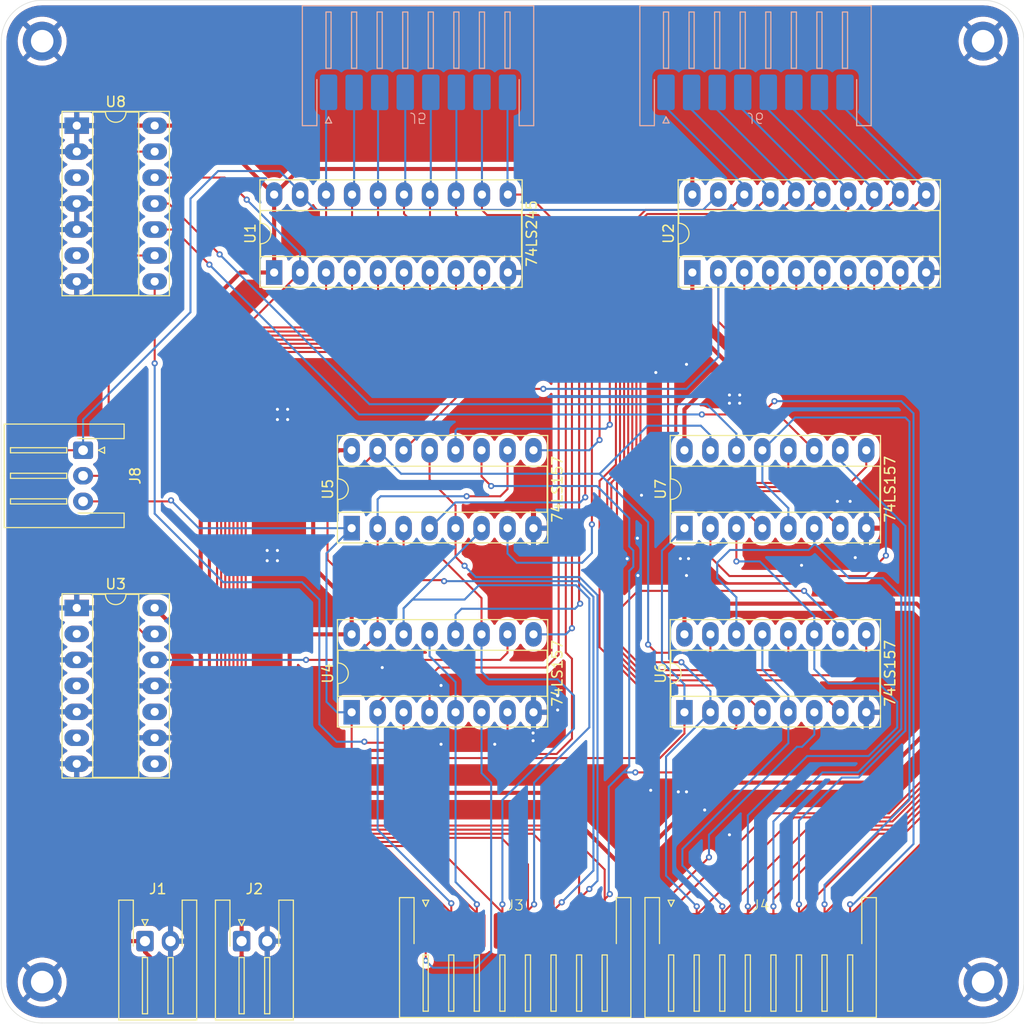
<source format=kicad_pcb>
(kicad_pcb (version 20240108) (generator "pcbnew") (generator_version "8.0")
  (layers (0 "F.Cu" signal) (31 "B.Cu" signal) (34 "B.Paste" user) (35 "F.Paste" user) (36 "B.SilkS" user "B.Silkscreen") (37 "F.SilkS" user "F.Silkscreen") (38 "B.Mask" user) (39 "F.Mask" user) (44 "Edge.Cuts" user))
  (net 0 "")
  (net 1 "GND")
  (net 2 "VCC")
  (net 3 "CYC_{EN}")
  (net 4 "SH_{EN}")
  (net 5 "LFT_{SEL}")
  (net 6 "B_3")
  (net 7 "OUT_4")
  (net 8 "B_7")
  (net 9 "OUT_0")
  (net 10 "B_4")
  (net 11 "OUT_6")
  (net 12 "OUT_3")
  (net 13 "B_6")
  (net 14 "OUT_1")
  (net 15 "OUT_5")
  (net 16 "B_2")
  (net 17 "OUT_2")
  (net 18 "B_0")
  (net 19 "B_1")
  (net 20 "OUT_7")
  (net 21 "B_5")
  (net 22 "OUT_11")
  (net 23 "OUT_10")
  (net 24 "OUT_15")
  (net 25 "OUT_14")
  (net 26 "OUT_12")
  (net 27 "B_13")
  (net 28 "B_8")
  (net 29 "B_12")
  (net 30 "OUT_9")
  (net 31 "B_9")
  (net 32 "B_10")
  (net 33 "B_11")
  (net 34 "OUT_8")
  (net 35 "B_15")
  (net 36 "OUT_13")
  (net 37 "B_14")
  (net 42 "Net-(U4-E)")
  (net 43 "RL_0")
  (net 44 "RR_15")
  (footprint "Package_DIP:DIP-20_W7.62mm_Socket_LongPads" (layer "F.Cu") (at 106.68 76.62 90)
    (property "Reference" "U1")
    (property "Value" "74LS245")
  )
  (footprint "elad_jst:jst_xh_s8b_smd" (layer "F.Cu") (at 130.25 141.75)
    (property "Reference" "J3")
    (property "Value" "Conn_01x08_Socket")
  )
  (footprint "Package_DIP:DIP-20_W7.62mm_Socket_LongPads" (layer "F.Cu") (at 147.575 76.62 90)
    (property "Reference" "U2")
    (property "Value" "74LS245")
  )
  (footprint "Connector_JST:JST_XH_S2B-XH-A-1_1x02_P2.50mm_Horizontal" (layer "F.Cu") (at 94.05 142)
    (property "Reference" "J1")
    (property "Value" "Conn_01x02_Socket" (hide yes))
  )
  (footprint "Package_DIP:DIP-16_W7.62mm_Socket_LongPads" (layer "F.Cu") (at 114.26 119.62 90)
    (property "Reference" "U4")
    (property "Value" "74LS157")
  )
  (footprint "MountingHole:MountingHole_2.2mm_M2_DIN965_Pad" (layer "F.Cu") (at 176 54)
    (property "Reference" "H2" (hide yes))
    (property "Value" "MountingHole_Pad" (hide yes))
  )
  (footprint "MountingHole:MountingHole_2.2mm_M2_DIN965_Pad" (layer "F.Cu") (at 84 54)
    (property "Reference" "H1" (hide yes))
    (property "Value" "MountingHole_Pad" (hide yes))
  )
  (footprint "Package_DIP:DIP-16_W7.62mm_Socket_LongPads" (layer "F.Cu") (at 146.8 119.62 90)
    (property "Reference" "U6")
    (property "Value" "74LS157")
  )
  (footprint "Package_DIP:DIP-14_W7.62mm_Socket_LongPads" (layer "F.Cu") (at 87.38 109.42)
    (property "Reference" "U3")
    (property "Value" "74LS04")
  )
  (footprint "Package_DIP:DIP-16_W7.62mm_Socket_LongPads" (layer "F.Cu") (at 146.8 101.62 90)
    (property "Reference" "U7")
    (property "Value" "74LS157")
  )
  (footprint "Package_DIP:DIP-14_W7.62mm_Socket_LongPads" (layer "F.Cu") (at 87.38 62.26)
    (property "Reference" "U8")
    (property "Value" "74LS08")
  )
  (footprint "elad_jst:jst_xh_s8b_smd" (layer "F.Cu") (at 154.25 141.75)
    (property "Reference" "J4")
    (property "Value" "Conn_01x08_Socket")
  )
  (footprint "Package_DIP:DIP-16_W7.62mm_Socket_LongPads" (layer "F.Cu") (at 114.26 101.62 90)
    (property "Reference" "U5")
    (property "Value" "74LS157")
  )
  (footprint "MountingHole:MountingHole_2.2mm_M2_DIN965_Pad" (layer "F.Cu") (at 84 146)
    (property "Reference" "H3" (hide yes))
    (property "Value" "MountingHole_Pad" (hide yes))
  )
  (footprint "MountingHole:MountingHole_2.2mm_M2_DIN965_Pad" (layer "F.Cu") (at 176 146)
    (property "Reference" "H4" (hide yes))
    (property "Value" "MountingHole_Pad" (hide yes))
  )
  (footprint "Connector_JST:JST_XH_S2B-XH-A-1_1x02_P2.50mm_Horizontal" (layer "F.Cu") (at 103.5 142)
    (property "Reference" "J2")
    (property "Value" "Conn_01x02_Socket" (hide yes))
  )
  (footprint "Connector_JST:JST_XH_S3B-XH-A-1_1x03_P2.50mm_Horizontal" (layer "F.Cu") (at 88 94 -90)
    (property "Reference" "J8")
    (property "Value" "Conn_01x03_Socket" (hide yes))
  )
  (footprint "elad_jst:jst_xh_s8b_smd" (layer "B.Cu") (at 120.75 58.25)
    (property "Reference" "J5")
    (property "Value" "Conn_01x08_Socket")
  )
  (footprint "elad_jst:jst_xh_s8b_smd" (layer "B.Cu") (at 153.75 58.25)
    (property "Reference" "J6")
    (property "Value" "Conn_01x08_Socket")
  )
  (gr_arc (start 84 150) (mid 81.171573 148.828427) (end 80 146) (stroke (width 0.05)) (layer "Edge.Cuts"))
  (gr_line (start 176 150) (end 84 150) (stroke (width 0.05)) (layer "Edge.Cuts"))
  (gr_arc (start 180 146) (mid 178.828427 148.828427) (end 176 150) (stroke (width 0.05)) (layer "Edge.Cuts"))
  (gr_line (start 84 50) (end 176 50) (stroke (width 0.05)) (layer "Edge.Cuts"))
  (gr_line (start 80 146) (end 80 54) (stroke (width 0.05)) (layer "Edge.Cuts"))
  (gr_arc (start 176 50) (mid 178.828427 51.171573) (end 180 54) (stroke (width 0.05)) (layer "Edge.Cuts"))
  (gr_arc (start 80 54) (mid 81.171573 51.171573) (end 84 50) (stroke (width 0.05)) (layer "Edge.Cuts"))
  (gr_line (start 180 54) (end 180 146) (stroke (width 0.05)) (layer "Edge.Cuts"))
  (segment (start 159.5 104.5) (end 163.5 104.5) (width 0.2) (layer "F.Cu") (net 1))
  (segment (start 159.5 104.5) (end 159.25 104.75) (width 0.2) (layer "F.Cu") (net 1))
  (segment (start 142.25 106.25) (end 147 106.25) (width 0.2) (layer "F.Cu") (net 1))
  (segment (start 158.25 105.25) (end 158.75 105.25) (width 0.2) (layer "F.Cu") (net 1))
  (segment (start 158.75 105.25) (end 159.25 104.75) (width 0.2) (layer "F.Cu") (net 1))
  (segment (start 123 122.75) (end 128.25 122.75) (width 0.2) (layer "F.Cu") (net 1))
  (via (at 158.25 105.25) (size 0.6) (drill 0.3) (layers "F.Cu" "B.Cu") (net 1))
  (via (at 151.2 88.6) (size 0.6) (drill 0.3) (layers "F.Cu" "B.Cu") (net 1))
  (via (at 147 106.25) (size 0.6) (drill 0.3) (layers "F.Cu" "B.Cu") (net 1))
  (via (at 134.4 118) (size 0.6) (drill 0.3) (layers "F.Cu" "B.Cu") (net 1))
  (via (at 123 117) (size 0.6) (drill 0.3) (layers "F.Cu" "B.Cu") (net 1))
  (via (at 123 122.75) (size 0.6) (drill 0.3) (layers "F.Cu" "B.Cu") (net 1))
  (via (at 108 91) (size 0.6) (drill 0.3) (layers "F.Cu" "B.Cu") (net 1))
  (via (at 107 103.8) (size 0.6) (drill 0.3) (layers "F.Cu" "B.Cu") (net 1))
  (via (at 142.25 106.25) (size 0.6) (drill 0.3) (layers "F.Cu" "B.Cu") (net 1))
  (via (at 152.2 89.4) (size 0.6) (drill 0.3) (layers "F.Cu" "B.Cu") (net 1))
  (via (at 132 121.65) (size 0.6) (drill 0.3) (layers "F.Cu" "B.Cu") (net 1))
  (via (at 151.2 131.6) (size 0.6) (drill 0.3) (layers "F.Cu" "B.Cu") (net 1))
  (via (at 141.2 104.6) (size 0.6) (drill 0.3) (layers "F.Cu" "B.Cu") (net 1))
  (via (at 147 127.4) (size 0.6) (drill 0.3) (layers "F.Cu" "B.Cu") (net 1))
  (via (at 117.25 115.25) (size 0.6) (drill 0.3) (layers "F.Cu" "B.Cu") (net 1))
  (via (at 142.6 98.4) (size 0.6) (drill 0.3) (layers "F.Cu" "B.Cu") (net 1))
  (via (at 108 90) (size 0.6) (drill 0.3) (layers "F.Cu" "B.Cu") (net 1))
  (via (at 128.25 122.75) (size 0.6) (drill 0.3) (layers "F.Cu" "B.Cu") (net 1))
  (via (at 161.75 99) (size 0.6) (drill 0.3) (layers "F.Cu" "B.Cu") (net 1))
  (via (at 142.2 102.6) (size 0.6) (drill 0.3) (layers "F.Cu" "B.Cu") (net 1))
  (via (at 147 85.6) (size 0.6) (drill 0.3) (layers "F.Cu" "B.Cu") (net 1))
  (via (at 107 91) (size 0.6) (drill 0.3) (layers "F.Cu" "B.Cu") (net 1))
  (via (at 106 104.8) (size 0.6) (drill 0.3) (layers "F.Cu" "B.Cu") (net 1))
  (via (at 147.2 104.6) (size 0.6) (drill 0.3) (layers "F.Cu" "B.Cu") (net 1))
  (via (at 107 90) (size 0.6) (drill 0.3) (layers "F.Cu" "B.Cu") (net 1))
  (via (at 144 86.4) (size 0.6) (drill 0.3) (layers "F.Cu" "B.Cu") (net 1))
  (via (at 163 99) (size 0.6) (drill 0.3) (layers "F.Cu" "B.Cu") (net 1))
  (via (at 148.775735 129.175735) (size 0.6) (drill 0.3) (layers "F.Cu" "B.Cu") (net 1))
  (via (at 107 104.8) (size 0.6) (drill 0.3) (layers "F.Cu" "B.Cu") (net 1))
  (via (at 146.2 127.4) (size 0.6) (drill 0.3) (layers "F.Cu" "B.Cu") (net 1))
  (via (at 152.2 88.6) (size 0.6) (drill 0.3) (layers "F.Cu" "B.Cu") (net 1))
  (via (at 106 103.8) (size 0.6) (drill 0.3) (layers "F.Cu" "B.Cu") (net 1))
  (via (at 143.5 127.25) (size 0.6) (drill 0.3) (layers "F.Cu" "B.Cu") (net 1))
  (via (at 146.4 104.6) (size 0.6) (drill 0.3) (layers "F.Cu" "B.Cu") (net 1))
  (via (at 151.2 89.4) (size 0.6) (drill 0.3) (layers "F.Cu" "B.Cu") (net 1))
  (via (at 163.5 104.5) (size 0.6) (drill 0.3) (layers "F.Cu" "B.Cu") (net 1))
  (via (at 134.4 119.4) (size 0.6) (drill 0.3) (layers "F.Cu" "B.Cu") (net 1))
  (via (at 132 122.4) (size 0.6) (drill 0.3) (layers "F.Cu" "B.Cu") (net 1))
  (segment (start 119 117) (end 117.25 115.25) (width 0.2) (layer "B.Cu") (net 1))
  (segment (start 123.25 117) (end 119 117) (width 0.2) (layer "B.Cu") (net 1))
  (segment (start 144 86.4) (end 146.2 86.4) (width 0.2) (layer "B.Cu") (net 1))
  (segment (start 123 117) (end 123.25 117) (width 0.2) (layer "B.Cu") (net 1))
  (segment (start 146.2 86.4) (end 147 85.6) (width 0.2) (layer "B.Cu") (net 1))
  (segment (start 171 88.5) (end 169.5 87) (width 0.4) (layer "F.Cu") (net 2))
  (segment (start 103.38 76.62) (end 106.68 76.62) (width 0.4) (layer "F.Cu") (net 2))
  (segment (start 171 110.5) (end 171 88.5) (width 0.4) (layer "F.Cu") (net 2))
  (segment (start 99.5 113.92) (end 99.5 134) (width 0.4) (layer "F.Cu") (net 2))
  (segment (start 110.5 105.4) (end 114.26 109.16) (width 0.4) (layer "F.Cu") (net 2))
  (segment (start 147.575 82.075) (end 147.575 76.62) (width 0.4) (layer "F.Cu") (net 2))
  (segment (start 140.5 144.5) (end 140.5 142.986334) (width 0.4) (layer "F.Cu") (net 2))
  (segment (start 114.26 94) (end 113 94) (width 0.4) (layer "F.Cu") (net 2))
  (segment (start 106.68 69) (end 109.18 66.5) (width 0.4) (layer "F.Cu") (net 2))
  (segment (start 146.8 112) (end 146.8 110.2) (width 0.4) (layer "F.Cu") (net 2))
  (segment (start 103.5 138) (end 99.5 134) (width 0.4) (layer "F.Cu") (net 2))
  (segment (start 110.5 96.5) (end 110.5 105.4) (width 0.4) (layer "F.Cu") (net 2))
  (segment (start 93.36 62.26) (end 90.7 59.6) (width 0.4) (layer "F.Cu") (net 2))
  (segment (start 95 62.26) (end 99.94 62.26) (width 0.4) (layer "F.Cu") (net 2))
  (segment (start 140.5 134.5) (end 140.5 142.986334) (width 0.4) (layer "F.Cu") (net 2))
  (segment (start 95 62.26) (end 93.36 62.26) (width 0.4) (layer "F.Cu") (net 2))
  (segment (start 83.8 59.6) (end 83.8 137.4) (width 0.4) (layer "F.Cu") (net 2))
  (segment (start 165.5 126.5) (end 171 121) (width 0.4) (layer "F.Cu") (net 2))
  (segment (start 140.5 142.986334) (end 143.5 139.986334) (width 0.4) (layer "F.Cu") (net 2))
  (segment (start 146.8 110.2) (end 148 109) (width 0.4) (layer "F.Cu") (net 2))
  (segment (start 106.68 69) (end 106.68 76.62) (width 0.4) (layer "F.Cu") (net 2))
  (segment (start 83.8 137.4) (end 88.4 142) (width 0.4) (layer "F.Cu") (net 2))
  (segment (start 143.5 139.986334) (end 143.5 132.7) (width 0.4) (layer "F.Cu") (net 2))
  (segment (start 109.18 66.5) (end 138 66.5) (width 0.4) (layer "F.Cu") (net 2))
  (segment (start 147 66.5) (end 147.575 67.075) (width 0.4) (layer "F.Cu") (net 2))
  (segment (start 113.5 127.5) (end 133.5 127.5) (width 0.4) (layer "F.Cu") (net 2))
  (segment (start 90.7 59.6) (end 83.8 59.6) (width 0.4) (layer "F.Cu") (net 2))
  (segment (start 114.26 109.16) (end 114.26 112) (width 0.4) (layer "F.Cu") (net 2))
  (segment (start 133.5 127.5) (end 140.5 134.5) (width 0.4) (layer "F.Cu") (net 2))
  (segment (start 103.5 143.5) (end 103.5 142) (width 0.4) (layer "F.Cu") (net 2))
  (segment (start 146.8 90) (end 146.8 94) (width 0.4) (layer "F.Cu") (net 2))
  (segment (start 102 145) (end 103.5 143.5) (width 0.4) (layer "F.Cu") (net 2))
  (segment (start 139 146) (end 140.5 144.5) (width 0.4) (layer "F.Cu") (net 2))
  (segment (start 171 121) (end 171 110.5) (width 0.4) (layer "F.Cu") (net 2))
  (segment (start 114.26 112) (end 109.5 112) (width 0.4) (layer "F.Cu") (net 2))
  (segment (start 95 109.42) (end 99.5 113.92) (width 0.4) (layer "F.Cu") (net 2))
  (segment (start 103.5 143.5) (end 106 146) (width 0.4) (layer "F.Cu") (net 2))
  (segment (start 106 146) (end 139 146) (width 0.4) (layer "F.Cu") (net 2))
  (segment (start 143.5 132.7) (end 149.7 126.5) (width 0.4) (layer "F.Cu") (net 2))
  (segment (start 103.5 142) (end 103.5 138) (width 0.4) (layer "F.Cu") (net 2))
  (segment (start 147.575 67.075) (end 147.575 69) (width 0.4) (layer "F.Cu") (net 2))
  (segment (start 149.7 126.5) (end 165.5 126.5) (width 0.4) (layer "F.Cu") (net 2))
  (segment (start 113 94) (end 110.5 96.5) (width 0.4) (layer "F.Cu") (net 2))
  (segment (start 146.8 90) (end 149.8 87) (width 0.4) (layer "F.Cu") (net 2))
  (segment (start 138 66.5) (end 147 66.5) (width 0.4) (layer "F.Cu") (net 2))
  (segment (start 148 109) (end 169.5 109) (width 0.4) (layer "F.Cu") (net 2))
  (segment (start 108.2 113.3) (end 108.2 122.2) (width 0.4) (layer "F.Cu") (net 2))
  (segment (start 99.5 80.5) (end 103.38 76.62) (width 0.4) (layer "F.Cu") (net 2))
  (segment (start 94.05 143.05) (end 96 145) (width 0.4) (layer "F.Cu") (net 2))
  (segment (start 152.5 87) (end 147.575 82.075) (width 0.4) (layer "F.Cu") (net 2))
  (segment (start 94.05 142) (end 94.05 143.05) (width 0.4) (layer "F.Cu") (net 2))
  (segment (start 149.8 87) (end 152.5 87) (width 0.4) (layer "F.Cu") (net 2))
  (segment (start 108.2 122.2) (end 113.5 127.5) (width 0.4) (layer "F.Cu") (net 2))
  (segment (start 99.5 113.92) (end 99.5 80.5) (width 0.4) (layer "F.Cu") (net 2))
  (segment (start 169.5 87) (end 152.5 87) (width 0.4) (layer "F.Cu") (net 2))
  (segment (start 169.5 109) (end 171 110.5) (width 0.4) (layer "F.Cu") (net 2))
  (segment (start 109.5 112) (end 108.2 113.3) (width 0.4) (layer "F.Cu") (net 2))
  (segment (start 99.94 62.26) (end 106.68 69) (width 0.4) (layer "F.Cu") (net 2))
  (segment (start 96 145) (end 102 145) (width 0.4) (layer "F.Cu") (net 2))
  (segment (start 88.4 142) (end 94.05 142) (width 0.4) (layer "F.Cu") (net 2))
  (segment (start 147.5 68.96) (end 147.46 69) (width 0.2) (layer "B.Cu") (net 2))
  (segment (start 90.5 66.5) (end 92.2 64.8) (width 0.2) (layer "F.Cu") (net 3))
  (segment (start 92.54 74.96) (end 95 74.96) (width 0.2) (layer "F.Cu") (net 3))
  (segment (start 90.5 77) (end 90.5 66.5) (width 0.2) (layer "F.Cu") (net 3))
  (segment (start 88 96.5) (end 90 96.5) (width 0.2) (layer "F.Cu") (net 3))
  (segment (start 90.5 96) (end 90.5 77) (width 0.2) (layer "F.Cu") (net 3))
  (segment (start 90 96.5) (end 90.5 96) (width 0.2) (layer "F.Cu") (net 3))
  (segment (start 90.5 77) (end 92.54 74.96) (width 0.2) (layer "F.Cu") (net 3))
  (segment (start 92.2 64.8) (end 95 64.8) (width 0.2) (layer "F.Cu") (net 3))
  (segment (start 86.5 94) (end 88 94) (width 0.2) (layer "F.Cu") (net 4))
  (segment (start 95 111.96) (end 93.96 111.96) (width 0.2) (layer "F.Cu") (net 4))
  (segment (start 86 103) (end 86 94.5) (width 0.2) (layer "F.Cu") (net 4))
  (segment (start 91.5 109.5) (end 91.5 108.5) (width 0.2) (layer "F.Cu") (net 4))
  (segment (start 86 94.5) (end 86.5 94) (width 0.2) (layer "F.Cu") (net 4))
  (segment (start 93.96 111.96) (end 91.5 109.5) (width 0.2) (layer "F.Cu") (net 4))
  (segment (start 91.5 108.5) (end 86 103) (width 0.2) (layer "F.Cu") (net 4))
  (segment (start 150.115 69) (end 148.615 70.5) (width 0.2) (layer "B.Cu") (net 4))
  (segment (start 101.2 66.7) (end 98.5 69.4) (width 0.2) (layer "B.Cu") (net 4))
  (segment (start 88 91) (end 88 94) (width 0.2) (layer "B.Cu") (net 4))
  (segment (start 98.5 80.5) (end 88 91) (width 0.2) (layer "B.Cu") (net 4))
  (segment (start 98.5 69.4) (end 98.5 80.5) (width 0.2) (layer "B.Cu") (net 4))
  (segment (start 109.22 69) (end 109.22 68.72) (width 0.2) (layer "B.Cu") (net 4))
  (segment (start 110.72 70.5) (end 109.22 69) (width 0.2) (layer "B.Cu") (net 4))
  (segment (start 148.615 70.5) (end 110.72 70.5) (width 0.2) (layer "B.Cu") (net 4))
  (segment (start 109.22 68.72) (end 107.2 66.7) (width 0.2) (layer "B.Cu") (net 4))
  (segment (start 107.2 66.7) (end 101.2 66.7) (width 0.2) (layer "B.Cu") (net 4))
  (segment (start 114.26 119.62) (end 114.26 123.46) (width 0.2) (layer "F.Cu") (net 5))
  (segment (start 96.38 99) (end 88 99) (width 0.2) (layer "F.Cu") (net 5))
  (segment (start 146.8 121.7) (end 146.8 119.62) (width 0.2) (layer "F.Cu") (net 5))
  (segment (start 114.26 123.46) (end 114.9 124.1) (width 0.2) (layer "F.Cu") (net 5))
  (segment (start 96.48 98.9) (end 96.38 99) (width 0.2) (layer "F.Cu") (net 5))
  (segment (start 96.6 98.9) (end 96.48 98.9) (width 0.2) (layer "F.Cu") (net 5))
  (segment (start 144.4 124.1) (end 146.8 121.7) (width 0.2) (layer "F.Cu") (net 5))
  (segment (start 114.9 124.1) (end 144.4 124.1) (width 0.2) (layer "F.Cu") (net 5))
  (via (at 96.6 98.9) (size 0.6) (drill 0.3) (layers "F.Cu" "B.Cu") (net 5))
  (segment (start 112.82 119.62) (end 111.8 118.6) (width 0.2) (layer "B.Cu") (net 5))
  (segment (start 99.32 101.62) (end 96.6 98.9) (width 0.2) (layer "B.Cu") (net 5))
  (segment (start 146.8 119.62) (end 146.8 116.9) (width 0.2) (layer "B.Cu") (net 5))
  (segment (start 114.26 119.62) (end 112.82 119.62) (width 0.2) (layer "B.Cu") (net 5))
  (segment (start 111.8 118.6) (end 111.8 104.08) (width 0.2) (layer "B.Cu") (net 5))
  (segment (start 144.6 103.82) (end 146.8 101.62) (width 0.2) (layer "B.Cu") (net 5))
  (segment (start 146.8 116.9) (end 144.6 114.7) (width 0.2) (layer "B.Cu") (net 5))
  (segment (start 144.6 114.7) (end 144.6 103.82) (width 0.2) (layer "B.Cu") (net 5))
  (segment (start 114.26 101.62) (end 99.32 101.62) (width 0.2) (layer "B.Cu") (net 5))
  (segment (start 111.8 104.08) (end 114.26 101.62) (width 0.2) (layer "B.Cu") (net 5))
  (segment (start 129 141) (end 129 139.2) (width 0.2) (layer "F.Cu") (net 6))
  (segment (start 122.7 104.2) (end 120 104.2) (width 0.2) (layer "F.Cu") (net 6))
  (segment (start 102.3 127.6) (end 102.3 85) (width 0.2) (layer "F.Cu") (net 6))
  (segment (start 107 132.3) (end 102.3 127.6) (width 0.2) (layer "F.Cu") (net 6))
  (segment (start 120 104.2) (end 119.34 103.54) (width 0.2) (layer "F.Cu") (net 6))
  (segment (start 116.84 80.06) (end 116.84 76.62) (width 0.2) (layer "F.Cu") (net 6))
  (segment (start 126.96 112) (end 126.96 108.46) (width 0.2) (layer "F.Cu") (net 6))
  (segment (start 102.3 85) (end 104.51 82.79) (width 0.2) (layer "F.Cu") (net 6))
  (segment (start 104.51 82.79) (end 114.11 82.79) (width 0.2) (layer "F.Cu") (net 6))
  (segment (start 126.96 108.46) (end 122.7 104.2) (width 0.2) (layer "F.Cu") (net 6))
  (segment (start 129 139.2) (end 122.1 132.3) (width 0.2) (layer "F.Cu") (net 6))
  (segment (start 122.1 132.3) (end 107 132.3) (width 0.2) (layer "F.Cu") (net 6))
  (segment (start 129 138.4) (end 129 141) (width 0.2) (layer "F.Cu") (net 6))
  (segment (start 119.34 103.54) (end 119.34 101.62) (width 0.2) (layer "F.Cu") (net 6))
  (segment (start 114.11 82.79) (end 116.84 80.06) (width 0.2) (layer "F.Cu") (net 6))
  (via (at 129 138.4) (size 0.6) (drill 0.3) (layers "F.Cu" "B.Cu") (net 6))
  (segment (start 129 128.2) (end 136 121.2) (width 0.2) (layer "B.Cu") (net 6))
  (segment (start 126.96 115.66) (end 126.96 112) (width 0.2) (layer "B.Cu") (net 6))
  (segment (start 134.4 116.4) (end 127.7 116.4) (width 0.2) (layer "B.Cu") (net 6))
  (segment (start 127.7 116.4) (end 126.96 115.66) (width 0.2) (layer "B.Cu") (net 6))
  (segment (start 136 121.2) (end 136 118) (width 0.2) (layer "B.Cu") (net 6))
  (segment (start 136 118) (end 134.4 116.4) (width 0.2) (layer "B.Cu") (net 6))
  (segment (start 129 138.4) (end 129 128.2) (width 0.2) (layer "B.Cu") (net 6))
  (segment (start 134.2 81.8) (end 134.2 73.831372) (width 0.2) (layer "F.Cu") (net 7))
  (segment (start 137.1 84.7) (end 134.2 81.8) (width 0.2) (layer "F.Cu") (net 7))
  (segment (start 121.92 71.42) (end 121.92 69) (width 0.2) (layer "F.Cu") (net 7))
  (segment (start 134.2 73.831372) (end 132.368628 72) (width 0.2) (layer "F.Cu") (net 7))
  (segment (start 122.5 72) (end 121.92 71.42) (width 0.2) (layer "F.Cu") (net 7))
  (segment (start 137.1 98.6) (end 137.1 84.7) (width 0.2) (layer "F.Cu") (net 7))
  (segment (start 132.368628 72) (end 122.5 72) (width 0.2) (layer "F.Cu") (net 7))
  (via (at 137.1 98.6) (size 0.6) (drill 0.3) (layers "F.Cu" "B.Cu") (net 7))
  (segment (start 122 59) (end 122 68.92) (width 0.2) (layer "B.Cu") (net 7))
  (segment (start 122 68.92) (end 121.92 69) (width 0.2) (layer "B.Cu") (net 7))
  (segment (start 136.6 99.1) (end 124.4 99.1) (width 0.2) (layer "B.Cu") (net 7))
  (segment (start 124.4 99.1) (end 121.88 101.62) (width 0.2) (layer "B.Cu") (net 7))
  (segment (start 137.1 98.6) (end 136.6 99.1) (width 0.2) (layer "B.Cu") (net 7))
  (segment (start 127.9 97.5) (end 126.96 96.56) (width 0.2) (layer "F.Cu") (net 8))
  (segment (start 107.662744 130.7) (end 103.9 126.937256) (width 0.2) (layer "F.Cu") (net 8))
  (segment (start 147.5 125.5) (end 151.88 121.12) (width 0.2) (layer "F.Cu") (net 8))
  (segment (start 151.88 121.12) (end 151.88 119.62) (width 0.2) (layer "F.Cu") (net 8))
  (segment (start 134.7 130.7) (end 107.662744 130.7) (width 0.2) (layer "F.Cu") (net 8))
  (segment (start 127 81.6) (end 127 76.62) (width 0.2) (layer "F.Cu") (net 8))
  (segment (start 105.172744 84.39) (end 124.21 84.39) (width 0.2) (layer "F.Cu") (net 8))
  (segment (start 142 125.5) (end 147.5 125.5) (width 0.2) (layer "F.Cu") (net 8))
  (segment (start 139 141) (end 139 135) (width 0.2) (layer "F.Cu") (net 8))
  (segment (start 126.96 96.56) (end 126.96 94) (width 0.2) (layer "F.Cu") (net 8))
  (segment (start 103.9 85.662744) (end 105.172744 84.39) (width 0.2) (layer "F.Cu") (net 8))
  (segment (start 139 141) (end 139 137.9) (width 0.2) (layer "F.Cu") (net 8))
  (segment (start 124.21 84.39) (end 127 81.6) (width 0.2) (layer "F.Cu") (net 8))
  (segment (start 139 137.9) (end 139.5 137.4) (width 0.2) (layer "F.Cu") (net 8))
  (segment (start 103.9 126.937256) (end 103.9 85.662744) (width 0.2) (layer "F.Cu") (net 8))
  (segment (start 139 135) (end 134.7 130.7) (width 0.2) (layer "F.Cu") (net 8))
  (via (at 142 125.5) (size 0.6) (drill 0.3) (layers "F.Cu" "B.Cu") (net 8))
  (via (at 139.5 137.4) (size 0.6) (drill 0.3) (layers "F.Cu" "B.Cu") (net 8))
  (via (at 127.9 97.5) (size 0.6) (drill 0.3) (layers "F.Cu" "B.Cu") (net 8))
  (segment (start 140.2 126.1) (end 140.8 125.5) (width 0.2) (layer "B.Cu") (net 8))
  (segment (start 141.4 124.9) (end 140.2 126.1) (width 0.2) (layer "B.Cu") (net 8))
  (segment (start 141.8 105.4) (end 141.4 105.8) (width 0.2) (layer "B.Cu") (net 8))
  (segment (start 140.2 126.1) (end 139.4 126.9) (width 0.2) (layer "B.Cu") (net 8))
  (segment (start 141.8 103.8) (end 141.8 105.4) (width 0.2) (layer "B.Cu") (net 8))
  (segment (start 140.8 125.5) (end 142 125.5) (width 0.2) (layer "B.Cu") (net 8))
  (segment (start 139.4 137.3) (end 139.5 137.4) (width 0.2) (layer "B.Cu") (net 8))
  (segment (start 139.4 126.9) (end 139.4 137.3) (width 0.2) (layer "B.Cu") (net 8))
  (segment (start 138.25 97.5) (end 141.4 100.65) (width 0.2) (layer "B.Cu") (net 8))
  (segment (start 141.4 105.8) (end 141.4 124.9) (width 0.2) (layer "B.Cu") (net 8))
  (segment (start 141.4 103.4) (end 141.8 103.8) (width 0.2) (layer "B.Cu") (net 8))
  (segment (start 127.9 97.5) (end 138.25 97.5) (width 0.2) (layer "B.Cu") (net 8))
  (segment (start 141.4 100.65) (end 141.4 103.4) (width 0.2) (layer "B.Cu") (net 8))
  (segment (start 132.6 74.494116) (end 132.005884 73.9) (width 0.2) (layer "F.Cu") (net 9))
  (segment (start 114.4 73.9) (end 111.76 71.26) (width 0.2) (layer "F.Cu") (net 9))
  (segment (start 132.005884 73.9) (end 114.4 73.9) (width 0.2) (layer "F.Cu") (net 9))
  (segment (start 121.88 119.62) (end 121.88 116.12) (width 0.2) (layer "F.Cu") (net 9))
  (segment (start 111.76 71.26) (end 111.76 69) (width 0.2) (layer "F.Cu") (net 9))
  (segment (start 132.6 82.85) (end 132.6 74.494116) (width 0.2) (layer "F.Cu") (net 9))
  (segment (start 134.5 114) (end 134.5 84.75) (width 0.2) (layer "F.Cu") (net 9))
  (segment (start 134.5 84.75) (end 132.6 82.85) (width 0.2) (layer "F.Cu") (net 9))
  (segment (start 133.25 115.25) (end 134.5 114) (width 0.2) (layer "F.Cu") (net 9))
  (segment (start 121.88 116.12) (end 122.75 115.25) (width 0.2) (layer "F.Cu") (net 9))
  (segment (start 122.75 115.25) (end 133.25 115.25) (width 0.2) (layer "F.Cu") (net 9))
  (segment (start 111.76 59.24) (end 112 59) (width 0.2) (layer "B.Cu") (net 9))
  (segment (start 111.76 69) (end 111.76 59.24) (width 0.2) (layer "B.Cu") (net 9))
  (segment (start 119.38 80.12) (end 116.31 83.19) (width 0.2) (layer "F.Cu") (net 10))
  (segment (start 132.1 138.2) (end 132.1 138.4) (width 0.2) (layer "F.Cu") (net 10))
  (segment (start 116.31 83.19) (end 104.675686 83.19) (width 0.2) (layer "F.Cu") (net 10))
  (segment (start 102.7 127.434314) (end 107.165686 131.9) (width 0.2) (layer "F.Cu") (net 10))
  (segment (start 131.5 134.5) (end 131.5 141) (width 0.2) (layer "F.Cu") (net 10))
  (segment (start 119.38 76.62) (end 119.38 80.12) (width 0.2) (layer "F.Cu") (net 10))
  (segment (start 102.7 85.165686) (end 102.7 127.434314) (width 0.2) (layer "F.Cu") (net 10))
  (segment (start 107.165686 131.9) (end 128.9 131.9) (width 0.2) (layer "F.Cu") (net 10))
  (segment (start 132.1 138.4) (end 131.5 139) (width 0.2) (layer "F.Cu") (net 10))
  (segment (start 128.9 131.9) (end 131.5 134.5) (width 0.2) (layer "F.Cu") (net 10))
  (segment (start 131.5 139) (end 131.5 141) (width 0.2) (layer "F.Cu") (net 10))
  (segment (start 104.675686 83.19) (end 102.7 85.165686) (width 0.2) (layer "F.Cu") (net 10))
  (via (at 132.1 138.4) (size 0.6) (drill 0.3) (layers "F.Cu" "B.Cu") (net 10))
  (segment (start 125.3 108.6) (end 126.7 107.2) (width 0.2) (layer "B.Cu") (net 10))
  (segment (start 132.1 126.5) (end 132.1 138.2) (width 0.2) (layer "B.Cu") (net 10))
  (segment (start 120.2 108.6) (end 125.3 108.6) (width 0.2) (layer "B.Cu") (net 10))
  (segment (start 119.34 109.46) (end 120.2 108.6) (width 0.2) (layer "B.Cu") (net 10))
  (segment (start 136.2 107.2) (end 137.5 108.5) (width 0.2) (layer "B.Cu") (net 10))
  (segment (start 137.5 121.1) (end 132.1 126.5) (width 0.2) (layer "B.Cu") (net 10))
  (segment (start 119.34 109.46) (end 119.34 112) (width 0.2) (layer "B.Cu") (net 10))
  (segment (start 126.96 101.84) (end 119.34 109.46) (width 0.2) (layer "B.Cu") (net 10))
  (segment (start 126.7 107.2) (end 136.2 107.2) (width 0.2) (layer "B.Cu") (net 10))
  (segment (start 137.5 108.5) (end 137.5 121.1) (width 0.2) (layer "B.Cu") (net 10))
  (segment (start 126.96 101.62) (end 126.96 101.84) (width 0.2) (layer "B.Cu") (net 10))
  (segment (start 127 70.5) (end 127 69) (width 0.2) (layer "F.Cu") (net 11))
  (segment (start 138.5 93) (end 138.5 84.934314) (width 0.2) (layer "F.Cu") (net 11))
  (segment (start 135 81.434314) (end 135 73.5) (width 0.2) (layer "F.Cu") (net 11))
  (segment (start 127.5 71) (end 127 70.5) (width 0.2) (layer "F.Cu") (net 11))
  (segment (start 138.5 84.934314) (end 135 81.434314) (width 0.2) (layer "F.Cu") (net 11))
  (segment (start 135 73.5) (end 132.5 71) (width 0.2) (layer "F.Cu") (net 11))
  (segment (start 132.5 71) (end 127.5 71) (width 0.2) (layer "F.Cu") (net 11))
  (via (at 138.5 93) (size 0.6) (drill 0.3) (layers "F.Cu" "B.Cu") (net 11))
  (segment (start 138.5 93) (end 137.5 94) (width 0.2) (layer "B.Cu") (net 11))
  (segment (start 127 69) (end 127 59) (width 0.2) (layer "B.Cu") (net 11))
  (segment (start 137.5 94) (end 132.04 94) (width 0.2) (layer "B.Cu") (net 11))
  (segment (start 119.38 70.88) (end 119.38 69) (width 0.2) (layer "F.Cu") (net 12))
  (segment (start 136.5 84.802942) (end 133.8 82.102942) (width 0.2) (layer "F.Cu") (net 12))
  (segment (start 136.5 108.9) (end 136.5 84.802942) (width 0.2) (layer "F.Cu") (net 12))
  (segment (start 121 72.5) (end 119.38 70.88) (width 0.2) (layer "F.Cu") (net 12))
  (segment (start 132.302942 72.5) (end 121 72.5) (width 0.2) (layer "F.Cu") (net 12))
  (segment (start 133.8 82.102942) (end 133.8 73.997058) (width 0.2) (layer "F.Cu") (net 12))
  (segment (start 133.8 73.997058) (end 132.302942 72.5) (width 0.2) (layer "F.Cu") (net 12))
  (segment (start 136.6 109) (end 136.5 108.9) (width 0.2) (layer "F.Cu") (net 12))
  (via (at 136.6 109) (size 0.6) (drill 0.3) (layers "F.Cu" "B.Cu") (net 12))
  (segment (start 124.42 110.08) (end 124.42 112) (width 0.2) (layer "B.Cu") (net 12))
  (segment (start 119.5 59) (end 119.5 68.88) (width 0.2) (layer "B.Cu") (net 12))
  (segment (start 136.6 109) (end 136.1 109.5) (width 0.2) (layer "B.Cu") (net 12))
  (segment (start 125 109.5) (end 124.42 110.08) (width 0.2) (layer "B.Cu") (net 12))
  (segment (start 119.5 68.88) (end 119.38 69) (width 0.2) (layer "B.Cu") (net 12))
  (segment (start 136.1 109.5) (end 125 109.5) (width 0.2) (layer "B.Cu") (net 12))
  (segment (start 136.5 141) (end 136.5 137.9) (width 0.2) (layer "F.Cu") (net 13))
  (segment (start 136.5 137.9) (end 137.5 136.9) (width 0.2) (layer "F.Cu") (net 13))
  (segment (start 107.497058 131.1) (end 133.1 131.1) (width 0.2) (layer "F.Cu") (net 13))
  (segment (start 136.5 134.5) (end 136.5 141) (width 0.2) (layer "F.Cu") (net 13))
  (segment (start 124.46 80.04) (end 120.51 83.99) (width 0.2) (layer "F.Cu") (net 13))
  (segment (start 121.88 96.88) (end 124.42 99.42) (width 0.2) (layer "F.Cu") (net 13))
  (segment (start 103.5 85.497058) (end 103.5 127.102942) (width 0.2) (layer "F.Cu") (net 13))
  (segment (start 124.42 99.42) (end 124.42 101.62) (width 0.2) (layer "F.Cu") (net 13))
  (segment (start 124.46 76.62) (end 124.46 80.04) (width 0.2) (layer "F.Cu") (net 13))
  (segment (start 105.007058 83.99) (end 103.5 85.497058) (width 0.2) (layer "F.Cu") (net 13))
  (segment (start 124.42 104.42) (end 124.42 101.62) (width 0.2) (layer "F.Cu") (net 13))
  (segment (start 120.51 83.99) (end 105.007058 83.99) (width 0.2) (layer "F.Cu") (net 13))
  (segment (start 103.5 127.102942) (end 107.497058 131.1) (width 0.2) (layer "F.Cu") (net 13))
  (segment (start 133.1 131.1) (end 136.5 134.5) (width 0.2) (layer "F.Cu") (net 13))
  (segment (start 121.88 94) (end 121.88 96.88) (width 0.2) (layer "F.Cu") (net 13))
  (segment (start 125.3 105.3) (end 124.42 104.42) (width 0.2) (layer "F.Cu") (net 13))
  (via (at 125.3 105.3) (size 0.6) (drill 0.3) (layers "F.Cu" "B.Cu") (net 13))
  (via (at 137.5 136.9) (size 0.6) (drill 0.3) (layers "F.Cu" "B.Cu") (net 13))
  (segment (start 138.3 136.1) (end 138.3 108.168628) (width 0.2) (layer "B.Cu") (net 13))
  (segment (start 126.4 106.4) (end 125.3 105.3) (width 0.2) (layer "B.Cu") (net 13))
  (segment (start 136.531372 106.4) (end 126.4 106.4) (width 0.2) (layer "B.Cu") (net 13))
  (segment (start 137.5 136.9) (end 138.3 136.1) (width 0.2) (layer "B.Cu") (net 13))
  (segment (start 138.3 108.168628) (end 136.531372 106.4) (width 0.2) (layer "B.Cu") (net 13))
  (segment (start 134.3 123.7) (end 130.7 123.7) (width 0.2) (layer "F.Cu") (net 14))
  (segment (start 132.17157 73.5) (end 133 74.32843) (width 0.2) (layer "F.Cu") (net 14))
  (segment (start 114.3 69) (end 114.3 71.8) (width 0.2) (layer "F.Cu") (net 14))
  (segment (start 135.8 114.387132) (end 135.8 122.2) (width 0.2) (layer "F.Cu") (net 14))
  (segment (start 133 74.32843) (end 133 82.434314) (width 0.2) (layer "F.Cu") (net 14))
  (segment (start 135.2 113.787132) (end 135.8 114.387132) (width 0.2) (layer "F.Cu") (net 14))
  (segment (start 135.2 84.634314) (end 135.2 113.787132) (width 0.2) (layer "F.Cu") (net 14))
  (segment (start 133 82.434314) (end 135.2 84.634314) (width 0.2) (layer "F.Cu") (net 14))
  (segment (start 114.3 71.8) (end 116 73.5) (width 0.2) (layer "F.Cu") (net 14))
  (segment (start 130.7 123.7) (end 129.5 122.5) (width 0.2) (layer "F.Cu") (net 14))
  (segment (start 116 73.5) (end 132.17157 73.5) (width 0.2) (layer "F.Cu") (net 14))
  (segment (start 135.8 122.2) (end 134.3 123.7) (width 0.2) (layer "F.Cu") (net 14))
  (segment (start 129.5 122.5) (end 129.5 119.62) (width 0.2) (layer "F.Cu") (net 14))
  (segment (start 114.5 59.0125) (end 114.5 68.8) (width 0.2) (layer "B.Cu") (net 14))
  (segment (start 114.5 68.8) (end 114.3 69) (width 0.2) (layer "B.Cu") (net 14))
  (segment (start 137.75 84.75) (end 134.6 81.6) (width 0.2) (layer "F.Cu") (net 15))
  (segment (start 124.46 70.96) (end 124.46 69) (width 0.2) (layer "F.Cu") (net 15))
  (segment (start 134.6 73.665686) (end 132.434314 71.5) (width 0.2) (layer "F.Cu") (net 15))
  (segment (start 132.434314 71.5) (end 125 71.5) (width 0.2) (layer "F.Cu") (net 15))
  (segment (start 134.6 81.6) (end 134.6 73.665686) (width 0.2) (layer "F.Cu") (net 15))
  (segment (start 125 71.5) (end 124.46 70.96) (width 0.2) (layer "F.Cu") (net 15))
  (segment (start 137.75 101.25) (end 137.75 84.75) (width 0.2) (layer "F.Cu") (net 15))
  (via (at 137.75 101.25) (size 0.6) (drill 0.3) (layers "F.Cu" "B.Cu") (net 15))
  (segment (start 129.5 104.1) (end 129.5 101.62) (width 0.2) (layer "B.Cu") (net 15))
  (segment (start 137.75 101.25) (end 137.75 104.05) (width 0.2) (layer "B.Cu") (net 15))
  (segment (start 137.75 104.05) (end 136.8 105) (width 0.2) (layer "B.Cu") (net 15))
  (segment (start 124.5 59) (end 124.5 68.96) (width 0.2) (layer "B.Cu") (net 15))
  (segment (start 124.5 68.96) (end 124.46 69) (width 0.2) (layer "B.Cu") (net 15))
  (segment (start 136.8 105) (end 130.4 105) (width 0.2) (layer "B.Cu") (net 15))
  (segment (start 130.4 105) (end 129.5 104.1) (width 0.2) (layer "B.Cu") (net 15))
  (segment (start 114.3 80.1) (end 114.3 76.62) (width 0.2) (layer "F.Cu") (net 16))
  (segment (start 112.01 82.39) (end 114.3 80.1) (width 0.2) (layer "F.Cu") (net 16))
  (segment (start 119.95 132.7) (end 106.834314 132.7) (width 0.2) (layer "F.Cu") (net 16))
  (segment (start 106.834314 132.7) (end 101.9 127.765686) (width 0.2) (layer "F.Cu") (net 16))
  (segment (start 101.9 127.765686) (end 101.9 84.834314) (width 0.2) (layer "F.Cu") (net 16))
  (segment (start 126.5 140.9875) (end 126.5 139.25) (width 0.2) (layer "F.Cu") (net 16))
  (segment (start 104.344314 82.39) (end 112.01 82.39) (width 0.2) (layer "F.Cu") (net 16))
  (segment (start 101.9 84.834314) (end 104.344314 82.39) (width 0.2) (layer "F.Cu") (net 16))
  (segment (start 126.5 139.25) (end 119.95 132.7) (width 0.2) (layer "F.Cu") (net 16))
  (segment (start 126.5 138.4) (end 126.5 140.9875) (width 0.2) (layer "F.Cu") (net 16))
  (via (at 126.5 138.4) (size 0.6) (drill 0.3) (layers "F.Cu" "B.Cu") (net 16))
  (segment (start 124.42 119.62) (end 124.42 116.67) (width 0.2) (layer "B.Cu") (net 16))
  (segment (start 124.42 116.67) (end 121.88 114.13) (width 0.2) (layer "B.Cu") (net 16))
  (segment (start 121.88 114.13) (end 121.88 112) (width 0.2) (layer "B.Cu") (net 16))
  (segment (start 126.5 138.4) (end 126.5 138.3) (width 0.2) (layer "B.Cu") (net 16))
  (segment (start 126.5 138.3) (end 124.42 136.22) (width 0.2) (layer "B.Cu") (net 16))
  (segment (start 124.42 136.22) (end 124.42 119.62) (width 0.2) (layer "B.Cu") (net 16))
  (segment (start 132.237256 73) (end 118.5 73) (width 0.2) (layer "F.Cu") (net 17))
  (segment (start 135.8 84.668628) (end 133.4 82.268628) (width 0.2) (layer "F.Cu") (net 17))
  (segment (start 133.4 74.162744) (end 132.237256 73) (width 0.2) (layer "F.Cu") (net 17))
  (segment (start 116.84 71.34) (end 116.84 69) (width 0.2) (layer "F.Cu") (net 17))
  (segment (start 135.8 111.4) (end 135.8 84.668628) (width 0.2) (layer "F.Cu") (net 17))
  (segment (start 118.5 73) (end 116.84 71.34) (width 0.2) (layer "F.Cu") (net 17))
  (segment (start 133.4 82.268628) (end 133.4 74.162744) (width 0.2) (layer "F.Cu") (net 17))
  (via (at 135.8 111.4) (size 0.6) (drill 0.3) (layers "F.Cu" "B.Cu") (net 17))
  (segment (start 116.84 69) (end 116.84 59.1725) (width 0.2) (layer "B.Cu") (net 17))
  (segment (start 116.84 59.1725) (end 117 59.0125) (width 0.2) (layer "B.Cu") (net 17))
  (segment (start 135.2 112) (end 132.04 112) (width 0.2) (layer "B.Cu") (net 17))
  (segment (start 135.8 111.4) (end 135.2 112) (width 0.2) (layer "B.Cu") (net 17))
  (segment (start 121.5 139.3) (end 115.7 133.5) (width 0.2) (layer "F.Cu") (net 18))
  (segment (start 115.7 133.5) (end 106.502942 133.5) (width 0.2) (layer "F.Cu") (net 18))
  (segment (start 101.1 84.502942) (end 104.012942 81.59) (width 0.2) (layer "F.Cu") (net 18))
  (segment (start 101.84 67.34) (end 95 67.34) (width 0.2) (layer "F.Cu") (net 18))
  (segment (start 121.5 143.9) (end 121.5 141) (width 0.2) (layer "F.Cu") (net 18))
  (segment (start 106.502942 133.5) (end 101.1 128.097058) (width 0.2) (layer "F.Cu") (net 18))
  (segment (start 104.25 81.59) (end 109.22 76.62) (width 0.2) (layer "F.Cu") (net 18))
  (segment (start 104 69.5) (end 101.84 67.34) (width 0.2) (layer "F.Cu") (net 18))
  (segment (start 121.5 141) (end 121.5 139.3) (width 0.2) (layer "F.Cu") (net 18))
  (segment (start 104.012942 81.59) (end 104.25 81.59) (width 0.2) (layer "F.Cu") (net 18))
  (segment (start 101.1 128.097058) (end 101.1 84.502942) (width 0.2) (layer "F.Cu") (net 18))
  (via (at 104 69.5) (size 0.6) (drill 0.3) (layers "F.Cu" "B.Cu") (net 18))
  (via (at 121.5 143.9) (size 0.6) (drill 0.3) (layers "F.Cu" "B.Cu") (net 18))
  (segment (start 127.9 143.1) (end 126.4 144.6) (width 0.2) (layer "B.Cu") (net 18))
  (segment (start 122.2 144.6) (end 121.5 143.9) (width 0.2) (layer "B.Cu") (net 18))
  (segment (start 109.22 76.62) (end 109.22 74.72) (width 0.2) (layer "B.Cu") (net 18))
  (segment (start 126.96 119.62) (end 126.96 125.56) (width 0.2) (layer "B.Cu") (net 18))
  (segment (start 109.22 74.72) (end 104 69.5) (width 0.2) (layer "B.Cu") (net 18))
  (segment (start 126.4 144.6) (end 122.2 144.6) (width 0.2) (layer "B.Cu") (net 18))
  (segment (start 127.9 126.5) (end 127.9 143.1) (width 0.2) (layer "B.Cu") (net 18))
  (segment (start 126.96 125.56) (end 127.9 126.5) (width 0.2) (layer "B.Cu") (net 18))
  (segment (start 124 138.3) (end 124 140.9875) (width 0.2) (layer "F.Cu") (net 19))
  (segment (start 121 114.5) (end 116.8 118.7) (width 0.2) (layer "F.Cu") (net 19))
  (segment (start 101.5 127.931372) (end 101.5 84.668628) (width 0.2) (layer "F.Cu") (net 19))
  (segment (start 128.8 114.5) (end 121 114.5) (width 0.2) (layer "F.Cu") (net 19))
  (segment (start 106.668628 133.1) (end 101.5 127.931372) (width 0.2) (layer "F.Cu") (net 19))
  (segment (start 124 140.9875) (end 124 139.25) (width 0.2) (layer "F.Cu") (net 19))
  (segment (start 109.81 81.99) (end 111.76 80.04) (width 0.2) (layer "F.Cu") (net 19))
  (segment (start 129.5 112) (end 129.5 113.8) (width 0.2) (layer "F.Cu") (net 19))
  (segment (start 117.85 133.1) (end 106.668628 133.1) (width 0.2) (layer "F.Cu") (net 19))
  (segment (start 111.76 80.04) (end 111.76 76.62) (width 0.2) (layer "F.Cu") (net 19))
  (segment (start 116.8 118.7) (end 116.8 119.62) (width 0.2) (layer "F.Cu") (net 19))
  (segment (start 104.178628 81.99) (end 109.81 81.99) (width 0.2) (layer "F.Cu") (net 19))
  (segment (start 101.5 84.668628) (end 104.178628 81.99) (width 0.2) (layer "F.Cu") (net 19))
  (segment (start 129.5 113.8) (end 128.8 114.5) (width 0.2) (layer "F.Cu") (net 19))
  (segment (start 124 139.25) (end 117.85 133.1) (width 0.2) (layer "F.Cu") (net 19))
  (via (at 124 138.3) (size 0.6) (drill 0.3) (layers "F.Cu" "B.Cu") (net 19))
  (segment (start 116.8 119.62) (end 116.8 131.1) (width 0.2) (layer "B.Cu") (net 19))
  (segment (start 116.8 131.1) (end 124 138.3) (width 0.2) (layer "B.Cu") (net 19))
  (segment (start 139.5 91.5) (end 139.5 85) (width 0.2) (layer "F.Cu") (net 20))
  (segment (start 139.5 85) (end 135.5 81) (width 0.2) (layer "F.Cu") (net 20))
  (segment (start 131.5 69) (end 129.54 69) (width 0.2) (layer "F.Cu") (net 20))
  (segment (start 135.5 73) (end 131.5 69) (width 0.2) (layer "F.Cu") (net 20))
  (segment (start 135.5 81) (end 135.5 73) (width 0.2) (layer "F.Cu") (net 20))
  (via (at 139.5 91.5) (size 0.6) (drill 0.3) (layers "F.Cu" "B.Cu") (net 20))
  (segment (start 129.5 59) (end 129.5 68.96) (width 0.2) (layer "B.Cu") (net 20))
  (segment (start 124.6 91.9) (end 124.42 92.08) (width 0.2) (layer "B.Cu") (net 20))
  (segment (start 129.5 68.96) (end 129.54 69) (width 0.2) (layer "B.Cu") (net 20))
  (segment (start 139.5 91.5) (end 139.1 91.9) (width 0.2) (layer "B.Cu") (net 20))
  (segment (start 139.1 91.9) (end 124.6 91.9) (width 0.2) (layer "B.Cu") (net 20))
  (segment (start 124.42 92.08) (end 124.42 94) (width 0.2) (layer "B.Cu") (net 20))
  (segment (start 104.841372 83.59) (end 118.31 83.59) (width 0.2) (layer "F.Cu") (net 21))
  (segment (start 123.2 106.7) (end 119 106.7) (width 0.2) (layer "F.Cu") (net 21))
  (segment (start 125.5 98.5) (end 128.8 98.5) (width 0.2) (layer "F.Cu") (net 21))
  (segment (start 116.8 104.5) (end 116.8 101.62) (width 0.2) (layer "F.Cu") (net 21))
  (segment (start 121.92 79.98) (end 121.92 76.62) (width 0.2) (layer "F.Cu") (net 21))
  (segment (start 123.3 106.8) (end 123.2 106.7) (width 0.2) (layer "F.Cu") (net 21))
  (segment (start 103.1 127.268628) (end 103.1 85.331372) (width 0.2) (layer "F.Cu") (net 21))
  (segment (start 103.1 85.331372) (end 104.841372 83.59) (width 0.2) (layer "F.Cu") (net 21))
  (segment (start 134.8 138.2) (end 134 139) (width 0.2) (layer "F.Cu") (net 21))
  (segment (start 134 141) (end 134 133.5) (width 0.2) (layer "F.Cu") (net 21))
  (segment (start 118.31 83.59) (end 121.92 79.98) (width 0.2) (layer "F.Cu") (net 21))
  (segment (start 129.5 97.8) (end 129.5 94) (width 0.2) (layer "F.Cu") (net 21))
  (segment (start 107.331372 131.5) (end 103.1 127.268628) (width 0.2) (layer "F.Cu") (net 21))
  (segment (start 128.8 98.5) (end 129.5 97.8) (width 0.2) (layer "F.Cu") (net 21))
  (segment (start 119 106.7) (end 116.8 104.5) (width 0.2) (layer "F.Cu") (net 21))
  (segment (start 134 133.5) (end 132 131.5) (width 0.2) (layer "F.Cu") (net 21))
  (segment (start 134 139) (end 134 141) (width 0.2) (layer "F.Cu") (net 21))
  (segment (start 132 131.5) (end 107.331372 131.5) (width 0.2) (layer "F.Cu") (net 21))
  (via (at 123.3 106.8) (size 0.6) (drill 0.3) (layers "F.Cu" "B.Cu") (net 21))
  (via (at 125.5 98.5) (size 0.6) (drill 0.3) (layers "F.Cu" "B.Cu") (net 21))
  (via (at 134.8 138.2) (size 0.6) (drill 0.3) (layers "F.Cu" "B.Cu") (net 21))
  (segment (start 136.365686 106.8) (end 137.9 108.334314) (width 0.2) (layer "B.Cu") (net 21))
  (segment (start 137.9 108.334314) (end 137.9 135.1) (width 0.2) (layer "B.Cu") (net 21))
  (segment (start 116.8 98.8) (end 116.8 101.62) (width 0.2) (layer "B.Cu") (net 21))
  (segment (start 123.3 106.8) (end 136.365686 106.8) (width 0.2) (layer "B.Cu") (net 21))
  (segment (start 125.5 98.5) (end 117.1 98.5) (width 0.2) (layer "B.Cu") (net 21))
  (segment (start 137.9 135.1) (end 134.8 138.2) (width 0.2) (layer "B.Cu") (net 21))
  (segment (start 117.1 98.5) (end 116.8 98.8) (width 0.2) (layer "B.Cu") (net 21))
  (segment (start 141.3 73.897058) (end 143.297058 71.9) (width 0.2) (layer "F.Cu") (net 22))
  (segment (start 140.2 113.268628) (end 140.2 97.181372) (width 0.2) (layer "F.Cu") (net 22))
  (segment (start 157.375 71.9) (end 160.275 69) (width 0.2) (layer "F.Cu") (net 22))
  (segment (start 157 115) (end 156.5 115.5) (width 0.2) (layer "F.Cu") (net 22))
  (segment (start 156.96 112) (end 156.96 114.96) (width 0.2) (layer "F.Cu") (net 22))
  (segment (start 143.297058 71.9) (end 157.375 71.9) (width 0.2) (layer "F.Cu") (net 22))
  (segment (start 141.3 96.081372) (end 141.3 73.897058) (width 0.2) (layer "F.Cu") (net 22))
  (segment (start 140.2 97.181372) (end 141.3 96.081372) (width 0.2) (layer "F.Cu") (net 22))
  (segment (start 156.5 115.5) (end 142.431372 115.5) (width 0.2) (layer "F.Cu") (net 22))
  (segment (start 142.431372 115.5) (end 140.2 113.268628) (width 0.2) (layer "F.Cu") (net 22))
  (segment (start 156.96 114.96) (end 157 115) (width 0.2) (layer "F.Cu") (net 22))
  (segment (start 152.5 60.7) (end 152.5 59) (width 0.2) (layer "B.Cu") (net 22))
  (segment (start 160.275 68.475) (end 152.5 60.7) (width 0.2) (layer "B.Cu") (net 22))
  (segment (start 160.275 69) (end 160.275 68.475) (width 0.2) (layer "B.Cu") (net 22))
  (segment (start 139.65 113.284314) (end 142.365686 116) (width 0.2) (layer "F.Cu") (net 23))
  (segment (start 155.235 71.5) (end 143.131372 71.5) (width 0.2) (layer "F.Cu") (net 23))
  (segment (start 163 116) (end 164.58 114.42) (width 0.2) (layer "F.Cu") (net 23))
  (segment (start 164.58 114.42) (end 164.58 112) (width 0.2) (layer "F.Cu") (net 23))
  (segment (start 140.9 73.731372) (end 140.9 95.915686) (width 0.2) (layer "F.Cu") (net 23))
  (segment (start 143.131372 71.5) (end 140.9 73.731372) (width 0.2) (layer "F.Cu") (net 23))
  (segment (start 140.9 95.915686) (end 139.65 97.165686) (width 0.2) (layer "F.Cu") (net 23))
  (segment (start 139.65 97.165686) (end 139.65 113.284314) (width 0.2) (layer "F.Cu") (net 23))
  (segment (start 142.365686 116) (end 163 116) (width 0.2) (layer "F.Cu") (net 23))
  (segment (start 157.735 69) (end 155.235 71.5) (width 0.2) (layer "F.Cu") (net 23))
  (segment (start 157.5 68.88) (end 157.62 69) (width 0.2) (layer "B.Cu") (net 23))
  (segment (start 150 60.7) (end 157.735 68.435) (width 0.2) (layer "B.Cu") (net 23))
  (segment (start 150 59.0125) (end 150 60.7) (width 0.2) (layer "B.Cu") (net 23))
  (segment (start 157.735 68.435) (end 157.735 69) (width 0.2) (layer "B.Cu") (net 23))
  (segment (start 145.2 74.6) (end 145.6 74.2) (width 0.2) (layer "F.Cu") (net 24))
  (segment (start 145.6 74.2) (end 165.235 74.2) (width 0.2) (layer "F.Cu") (net 24))
  (segment (start 156.96 94) (end 156.96 96.24) (width 0.2) (layer "F.Cu") (net 24))
  (segment (start 165.235 74.2) (end 170.435 69) (width 0.2) (layer "F.Cu") (net 24))
  (segment (start 156.96 96.24) (end 156 97.2) (width 0.2) (layer "F.Cu") (net 24))
  (segment (start 145.2 97.2) (end 145.2 74.6) (width 0.2) (layer "F.Cu") (net 24))
  (segment (start 156 97.2) (end 145.2 97.2) (width 0.2) (layer "F.Cu") (net 24))
  (segment (start 162.5 60.6) (end 170.435 68.535) (width 0.2) (layer "B.Cu") (net 24))
  (segment (start 170.435 68.535) (end 170.435 69) (width 0.2) (layer "B.Cu") (net 24))
  (segment (start 162.5 59) (end 162.5 60.6) (width 0.2) (layer "B.Cu") (net 24))
  (segment (start 163.595 73.3) (end 143.594116 73.3) (width 0.2) (layer "F.Cu") (net 25))
  (segment (start 142.5 95.3) (end 144.8 97.6) (width 0.2) (layer "F.Cu") (net 25))
  (segment (start 162.6 97.6) (end 164.58 95.62) (width 0.2) (layer "F.Cu") (net 25))
  (segment (start 142.5 74.394116) (end 142.5 95.3) (width 0.2) (layer "F.Cu") (net 25))
  (segment (start 144.8 97.6) (end 162.6 97.6) (width 0.2) (layer "F.Cu") (net 25))
  (segment (start 164.58 95.62) (end 164.58 94) (width 0.2) (layer "F.Cu") (net 25))
  (segment (start 167.895 69) (end 163.595 73.3) (width 0.2) (layer "F.Cu") (net 25))
  (segment (start 143.594116 73.3) (end 142.5 74.394116) (width 0.2) (layer "F.Cu") (net 25))
  (segment (start 160.16 59.16) (end 160 59) (width 0.2) (layer "B.Cu") (net 25))
  (segment (start 160 60.7) (end 167.895 68.595) (width 0.2) (layer "B.Cu") (net 25))
  (segment (start 167.895 68.595) (end 167.895 69) (width 0.2) (layer "B.Cu") (net 25))
  (segment (start 160 59) (end 160 60.7) (width 0.2) (layer "B.Cu") (net 25))
  (segment (start 141.7 95.631372) (end 144.468628 98.4) (width 0.2) (layer "F.Cu") (net 26))
  (segment (start 144.468628 98.4) (end 151.2 98.4) (width 0.2) (layer "F.Cu") (net 26))
  (segment (start 143.262744 72.5) (end 141.7 74.062744) (width 0.2) (layer "F.Cu") (net 26))
  (segment (start 141.7 74.062744) (end 141.7 95.631372) (width 0.2) (layer "F.Cu") (net 26))
  (segment (start 162.815 69) (end 162.815 70.389949) (width 0.2) (layer "F.Cu") (net 26))
  (segment (start 151.2 98.4) (end 154.42 101.62) (width 0.2) (layer "F.Cu") (net 26))
  (segment (start 162.815 70.389949) (end 160.704949 72.5) (width 0.2) (layer "F.Cu") (net 26))
  (segment (start 160.704949 72.5) (end 143.262744 72.5) (width 0.2) (layer "F.Cu") (net 26))
  (segment (start 155 59) (end 155 60.7) (width 0.2) (layer "B.Cu") (net 26))
  (segment (start 162.815 68.515) (end 162.815 69) (width 0.2) (layer "B.Cu") (net 26))
  (segment (start 155.08 59.08) (end 155 59) (width 0.2) (layer "B.Cu") (net 26))
  (segment (start 155 60.7) (end 162.815 68.515) (width 0.2) (layer "B.Cu") (net 26))
  (segment (start 162.5 68.8) (end 162.7 69) (width 0.2) (layer "B.Cu") (net 26))
  (segment (start 158 139.3) (end 158 141) (width 0.2) (layer "F.Cu") (net 27))
  (segment (start 158 138.4) (end 158 141) (width 0.2) (layer "F.Cu") (net 27))
  (segment (start 151.2 106.3) (end 149.34 104.44) (width 0.2) (layer "F.Cu") (net 27))
  (segment (start 164.5 106.3) (end 151.2 106.3) (width 0.2) (layer "F.Cu") (net 27))
  (segment (start 174.7 84.831372) (end 174.7 124.431372) (width 0.2) (layer "F.Cu") (net 27))
  (segment (start 166.5 104.3) (end 164.5 106.3) (width 0.2) (layer "F.Cu") (net 27))
  (segment (start 174.7 124.431372) (end 167.631372 131.5) (width 0.2) (layer "F.Cu") (net 27))
  (segment (start 162.815 76.62) (end 162.815 80.815) (width 0.2) (layer "F.Cu") (net 27))
  (segment (start 149.34 104.44) (end 149.34 101.62) (width 0.2) (layer "F.Cu") (net 27))
  (segment (start 171.268628 81.4) (end 174.7 84.831372) (width 0.2) (layer "F.Cu") (net 27))
  (segment (start 165.8 131.5) (end 158 139.3) (width 0.2) (layer "F.Cu") (net 27))
  (segment (start 167.631372 131.5) (end 165.8 131.5) (width 0.2) (layer "F.Cu") (net 27))
  (segment (start 162.815 80.815) (end 163.4 81.4) (width 0.2) (layer "F.Cu") (net 27))
  (segment (start 163.4 81.4) (end 171.268628 81.4) (width 0.2) (layer "F.Cu") (net 27))
  (via (at 166.5 104.3) (size 0.6) (drill 0.3) (layers "F.Cu" "B.Cu") (net 27))
  (via (at 158 138.4) (size 0.6) (drill 0.3) (layers "F.Cu" "B.Cu") (net 27))
  (segment (start 162.2 126) (end 163.831372 126) (width 0.2) (layer "B.Cu") (net 27))
  (segment (start 168.4 121.431372) (end 168.4 101.4) (width 0.2) (layer "B.Cu") (net 27))
  (segment (start 162.04 94) (end 162.04 95.04) (width 0.2) (layer "B.Cu") (net 27))
  (segment (start 158 130.2) (end 162.2 126) (width 0.2) (layer "B.Cu") (net 27))
  (segment (start 166.5 99.5) (end 166.5 104.3) (width 0.2) (layer "B.Cu") (net 27))
  (segment (start 166.25 99.25) (end 166.5 99.5) (width 0.2) (layer "B.Cu") (net 27))
  (segment (start 162.04 95.04) (end 166.25 99.25) (width 0.2) (layer "B.Cu") (net 27))
  (segment (start 163.831372 126) (end 168.4 121.431372) (width 0.2) (layer "B.Cu") (net 27))
  (segment (start 158 138.4) (end 158 130.2) (width 0.2) (layer "B.Cu") (net 27))
  (segment (start 168.4 101.4) (end 166.25 99.25) (width 0.2) (layer "B.Cu") (net 27))
  (segment (start 172.7 85.659802) (end 170.440198 83.4) (width 0.2) (layer "F.Cu") (net 28))
  (segment (start 166.802942 129.5) (end 172.7 123.602942) (width 0.2) (layer "F.Cu") (net 28))
  (segment (start 145.5 139) (end 155 129.5) (width 0.2) (layer "F.Cu") (net 28))
  (segment (start 150.115 81.415) (end 150.115 76.62) (width 0.2) (layer "F.Cu") (net 28))
  (segment (start 155 129.5) (end 166.802942 129.5) (width 0.2) (layer "F.Cu") (net 28))
  (segment (start 152.1 83.4) (end 150.115 81.415) (width 0.2) (layer "F.Cu") (net 28))
  (segment (start 145.5 137.5) (end 145.5 141) (width 0.2) (layer "F.Cu") (net 28))
  (segment (start 172.7 123.602942) (end 172.7 85.659802) (width 0.2) (layer "F.Cu") (net 28))
  (segment (start 125.34 88) (end 133 88) (width 0.2) (layer "F.Cu") (net 28))
  (segment (start 145.5 141) (end 145.5 139) (width 0.2) (layer "F.Cu") (net 28))
  (segment (start 119.34 94) (end 125.34 88) (width 0.2) (layer "F.Cu") (net 28))
  (segment (start 170.440198 83.4) (end 152.1 83.4) (width 0.2) (layer "F.Cu") (net 28))
  (segment (start 149.2 133.8) (end 145.5 137.5) (width 0.2) (layer "F.Cu") (net 28))
  (via (at 133 88) (size 0.6) (drill 0.3) (layers "F.Cu" "B.Cu") (net 28))
  (via (at 149.2 133.8) (size 0.6) (drill 0.3) (layers "F.Cu" "B.Cu") (net 28))
  (segment (start 149.2 133.8) (end 149.2 131.6) (width 0.2) (layer "B.Cu") (net 28))
  (segment (start 159.5 121.8) (end 159.5 119.62) (width 0.2) (layer "B.Cu") (net 28))
  (segment (start 133 88) (end 147 88) (width 0.2) (layer "B.Cu") (net 28))
  (segment (start 157.8 123) (end 158.3 123) (width 0.2) (layer "B.Cu") (net 28))
  (segment (start 150.115 84.885) (end 150.115 76.62) (width 0.2) (layer "B.Cu") (net 28))
  (segment (start 147 88) (end 150.115 84.885) (width 0.2) (layer "B.Cu") (net 28))
  (segment (start 149.2 131.6) (end 157.8 123) (width 0.2) (layer "B.Cu") (net 28))
  (segment (start 158.3 123) (end 159.5 121.8) (width 0.2) (layer "B.Cu") (net 28))
  (segment (start 174.3 84.997058) (end 171.102942 81.8) (width 0.2) (layer "F.Cu") (net 29))
  (segment (start 155.5 137.9) (end 162.3 131.1) (width 0.2) (layer "F.Cu") (net 29))
  (segment (start 174.3 124.265686) (end 174.3 84.997058) (width 0.2) (layer "F.Cu") (net 29))
  (segment (start 155.5 138.4) (end 155.5 141) (width 0.2) (layer "F.Cu") (net 29))
  (segment (start 167.465686 131.1) (end 174.3 124.265686) (width 0.2) (layer "F.Cu") (net 29))
  (segment (start 160.3 81.8) (end 160.275 81.775) (width 0.2) (layer "F.Cu") (net 29))
  (segment (start 162.3 131.1) (end 167.465686 131.1) (width 0.2) (layer "F.Cu") (net 29))
  (segment (start 160.275 81.775) (end 160.275 76.62) (width 0.2) (layer "F.Cu") (net 29))
  (segment (start 155.5 141) (end 155.5 137.9) (width 0.2) (layer "F.Cu") (net 29))
  (segment (start 171.102942 81.8) (end 160.3 81.8) (width 0.2) (layer "F.Cu") (net 29))
  (via (at 155.5 138.6) (size 0.6) (drill 0.3) (layers "F.Cu" "B.Cu") (net 29))
  (segment (start 159.5 103.2) (end 158.95 103.75) (width 0.2) (layer "B.Cu") (net 29))
  (segment (start 150 105) (end 150 106.5) (width 0.2) (layer "B.Cu") (net 29))
  (segment (start 150 106.5) (end 151.88 108.38) (width 0.2) (layer "B.Cu") (net 29))
  (segment (start 166.2 106.5) (end 162.9 106.5) (width 0.2) (layer "B.Cu") (net 29))
  (segment (start 160.3 125.5) (end 163.765686 125.5) (width 0.2) (layer "B.Cu") (net 29))
  (segment (start 159.5 101.62) (end 159.5 103.2) (width 0.2) (layer "B.Cu") (net 29))
  (segment (start 151.25 103.75) (end 150 105) (width 0.2) (layer "B.Cu") (net 29))
  (segment (start 168 108.3) (end 166.2 106.5) (width 0.2) (layer "B.Cu") (net 29))
  (segment (start 162.9 106.5) (end 159.5 103.1) (width 0.2) (layer "B.Cu") (net 29))
  (segment (start 168 121.265686) (end 168 108.3) (width 0.2) (layer "B.Cu") (net 29))
  (segment (start 159.5 103.1) (end 159.5 101.62) (width 0.2) (layer "B.Cu") (net 29))
  (segment (start 163.765686 125.5) (end 168 121.265686) (width 0.2) (layer "B.Cu") (net 29))
  (segment (start 155.5 138.4) (end 155.5 130.3) (width 0.2) (layer "B.Cu") (net 29))
  (segment (start 155.5 130.3) (end 160.3 125.5) (width 0.2) (layer "B.Cu") (net 29))
  (segment (start 151.88 108.38) (end 151.88 112) (width 0.2) (layer "B.Cu") (net 29))
  (segment (start 158.95 103.75) (end 151.25 103.75) (width 0.2) (layer "B.Cu") (net 29))
  (segment (start 155.195 69) (end 153.295 70.9) (width 0.2) (layer "F.Cu") (net 30))
  (segment (start 142.3 116.5) (end 158.92 116.5) (width 0.2) (layer "F.Cu") (net 30))
  (segment (start 139.25 97) (end 139.25 113.45) (width 0.2) (layer "F.Cu") (net 30))
  (segment (start 158.92 116.5) (end 162.04 119.62) (width 0.2) (layer "F.Cu") (net 30))
  (segment (start 143.165686 70.9) (end 140.5 73.565686) (width 0.2) (layer "F.Cu") (net 30))
  (segment (start 139.25 113.45) (end 142.3 116.5) (width 0.2) (layer "F.Cu") (net 30))
  (segment (start 140.5 73.565686) (end 140.5 95.75) (width 0.2) (layer "F.Cu") (net 30))
  (segment (start 140.5 95.75) (end 139.25 97) (width 0.2) (layer "F.Cu") (net 30))
  (segment (start 153.295 70.9) (end 143.165686 70.9) (width 0.2) (layer "F.Cu") (net 30))
  (segment (start 155.195 68.395) (end 155.195 69) (width 0.2) (layer "B.Cu") (net 30))
  (segment (start 147.5 59.0125) (end 147.5 60.7) (width 0.2) (layer "B.Cu") (net 30))
  (segment (start 147.5 60.7) (end 155.195 68.395) (width 0.2) (layer "B.Cu") (net 30))
  (segment (start 157.5 129.9) (end 166.968628 129.9) (width 0.2) (layer "F.Cu") (net 31))
  (segment (start 148 139.4) (end 157.5 129.9) (width 0.2) (layer "F.Cu") (net 31))
  (segment (start 166.968628 129.9) (end 173.1 123.768628) (width 0.2) (layer "F.Cu") (net 31))
  (segment (start 142.222793 114.725735) (end 140.65 113.152942) (width 0.2) (layer "F.Cu") (net 31))
  (segment (start 140.65 113.152942) (end 140.65 109.35) (width 0.2) (layer "F.Cu") (net 31))
  (segment (start 153.61 83) (end 152.655 82.045) (width 0.2) (layer "F.Cu") (net 31))
  (segment (start 148 140.9875) (end 148 138.6) (width 0.2) (layer "F.Cu") (net 31))
  (segment (start 173.1 123.768628) (end 173.1 85.494116) (width 0.2) (layer "F.Cu") (net 31))
  (segment (start 142.25 107.75) (end 158.5 107.75) (width 0.2) (layer "F.Cu") (net 31))
  (segment (start 173.1 85.494116) (end 170.605884 83) (width 0.2) (layer "F.Cu") (net 31))
  (segment (start 140.65 109.35) (end 142.25 107.75) (width 0.2) (layer "F.Cu") (net 31))
  (segment (start 148 140.9875) (end 148 139.4) (width 0.2) (layer "F.Cu") (net 31))
  (segment (start 170.605884 83) (end 153.61 83) (width 0.2) (layer "F.Cu") (net 31))
  (segment (start 146.5 114.725735) (end 142.222793 114.725735) (width 0.2) (layer "F.Cu") (net 31))
  (segment (start 152.655 82.045) (end 152.655 76.62) (width 0.2) (layer "F.Cu") (net 31))
  (via (at 146.5 114.725735) (size 0.6) (drill 0.3) (layers "F.Cu" "B.Cu") (net 31))
  (via (at 148 138.6) (size 0.6) (drill 0.3) (layers "F.Cu" "B.Cu") (net 31))
  (via (at 158.5 107.75) (size 0.6) (drill 0.3) (layers "F.Cu" "B.Cu") (net 31))
  (segment (start 162.04 111.29) (end 158.5 107.75) (width 0.2) (layer "B.Cu") (net 31))
  (segment (start 162.04 112) (end 162.04 111.29) (width 0.2) (layer "B.Cu") (net 31))
  (segment (start 146.5 114.725735) (end 149.34 117.565735) (width 0.2) (layer "B.Cu") (net 31))
  (segment (start 145 135.6) (end 145 123.96) (width 0.2) (layer "B.Cu") (net 31))
  (segment (start 149.34 117.565735) (end 149.34 119.62) (width 0.2) (layer "B.Cu") (net 31))
  (segment (start 148 138.6) (end 145 135.6) (width 0.2) (layer "B.Cu") (net 31))
  (segment (start 145 123.96) (end 149.34 119.62) (width 0.2) (layer "B.Cu") (net 31))
  (segment (start 156.395 82.5) (end 156.395 82.505) (width 0.2) (layer "F.Cu") (net 32))
  (segment (start 155.195 81.3) (end 156.395 82.5) (width 0.2) (layer "F.Cu") (net 32))
  (segment (start 173.5 85.32843) (end 173.5 123.934314) (width 0.2) (layer "F.Cu") (net 32))
  (segment (start 156.395 82.505) (end 156.49 82.6) (width 0.2) (layer "F.Cu") (net 32))
  (segment (start 150.5 139.3) (end 150.5 140.9875) (width 0.2) (layer "F.Cu") (net 32))
  (segment (start 150.5 138.5) (end 150.5 140.9875) (width 0.2) (layer "F.Cu") (net 32))
  (segment (start 173.5 123.934314) (end 167.134314 130.3) (width 0.2) (layer "F.Cu") (net 32))
  (segment (start 167.134314 130.3) (end 159.5 130.3) (width 0.2) (layer "F.Cu") (net 32))
  (segment (start 155.195 76.62) (end 155.195 81.3) (width 0.2) (layer "F.Cu") (net 32))
  (segment (start 170.77157 82.6) (end 173.5 85.32843) (width 0.2) (layer "F.Cu") (net 32))
  (segment (start 156.49 82.6) (end 170.77157 82.6) (width 0.2) (layer "F.Cu") (net 32))
  (segment (start 159.5 130.3) (end 150.5 139.3) (width 0.2) (layer "F.Cu") (net 32))
  (via (at 150.5 138.6) (size 0.6) (drill 0.3) (layers "F.Cu" "B.Cu") (net 32))
  (segment (start 156.96 117.96) (end 156.96 119.62) (width 0.2) (layer "B.Cu") (net 32))
  (segment (start 146.6 134.6) (end 146.6 133) (width 0.2) (layer "B.Cu") (net 32))
  (segment (start 150.5 138.5) (end 146.6 134.6) (width 0.2) (layer "B.Cu") (net 32))
  (segment (start 154.42 115.42) (end 156.96 117.96) (width 0.2) (layer "B.Cu") (net 32))
  (segment (start 146.6 133) (end 156.96 122.64) (width 0.2) (layer "B.Cu") (net 32))
  (segment (start 156.96 122.64) (end 156.96 119.62) (width 0.2) (layer "B.Cu") (net 32))
  (segment (start 154.42 112) (end 154.42 115.42) (width 0.2) (layer "B.Cu") (net 32))
  (segment (start 170.937256 82.2) (end 158.57 82.2) (width 0.2) (layer "F.Cu") (net 33))
  (segment (start 161.5 130.7) (end 167.3 130.7) (width 0.2) (layer "F.Cu") (net 33))
  (segment (start 173.9 124.1) (end 173.9 85.162744) (width 0.2) (layer "F.Cu") (net 33))
  (segment (start 167.3 130.7) (end 173.9 124.1) (width 0.2) (layer "F.Cu") (net 33))
  (segment (start 151.88 104.87) (end 151.88 101.62) (width 0.2) (layer "F.Cu") (net 33))
  (segment (start 158.57 82.2) (end 157.735 81.365) (width 0.2) (layer "F.Cu") (net 33))
  (segment (start 157.735 81.365) (end 157.735 76.62) (width 0.2) (layer "F.Cu") (net 33))
  (segment (start 153 141) (end 153 139.2) (width 0.2) (layer "F.Cu") (net 33))
  (segment (start 153 138.6) (end 153 141) (width 0.2) (layer "F.Cu") (net 33))
  (segment (start 153 139.2) (end 161.5 130.7) (width 0.2) (layer "F.Cu") (net 33))
  (segment (start 173.9 85.162744) (end 170.937256 82.2) (width 0.2) (layer "F.Cu") (net 33))
  (via (at 151.88 104.87) (size 0.6) (drill 0.3) (layers "F.Cu" "B.Cu") (net 33))
  (via (at 153 138.6) (size 0.6) (drill 0.3) (layers "F.Cu" "B.Cu") (net 33))
  (segment (start 159.5 110.2) (end 159.5 112) (width 0.2) (layer "B.Cu") (net 33))
  (segment (start 159.5 115.4) (end 159.5 112) (width 0.2) (layer "B.Cu") (net 33))
  (segment (start 167.6 118.6) (end 165.8 116.8) (width 0.2) (layer "B.Cu") (net 33))
  (segment (start 151.88 104.87) (end 154.17 104.87) (width 0.2) (layer "B.Cu") (net 33))
  (segment (start 164.8 123.9) (end 167.6 121.1) (width 0.2) (layer "B.Cu") (net 33))
  (segment (start 167.6 121.1) (end 167.6 118.6) (width 0.2) (layer "B.Cu") (net 33))
  (segment (start 160.9 116.8) (end 159.5 115.4) (width 0.2) (layer "B.Cu") (net 33))
  (segment (start 165.8 116.8) (end 160.9 116.8) (width 0.2) (layer "B.Cu") (net 33))
  (segment (start 153 138.6) (end 153 129.7) (width 0.2) (layer "B.Cu") (net 33))
  (segment (start 158.8 123.9) (end 164.8 123.9) (width 0.2) (layer "B.Cu") (net 33))
  (segment (start 153 129.7) (end 158.8 123.9) (width 0.2) (layer "B.Cu") (net 33))
  (segment (start 154.17 104.87) (end 159.5 110.2) (width 0.2) (layer "B.Cu") (net 33))
  (segment (start 152.655 69) (end 151.155 70.5) (width 0.2) (layer "F.Cu") (net 34))
  (segment (start 138.5 113.265686) (end 142.234314 117) (width 0.2) (layer "F.Cu") (net 34))
  (segment (start 151.155 70.5) (end 143 70.5) (width 0.2) (layer "F.Cu") (net 34))
  (segment (start 151.8 117) (end 154.42 119.62) (width 0.2) (layer "F.Cu") (net 34))
  (segment (start 143 70.5) (end 140.25 73.25) (width 0.2) (layer "F.Cu") (net 34))
  (segment (start 142.234314 117) (end 151.8 117) (width 0.2) (layer "F.Cu") (net 34))
  (segment (start 140.1 95.4) (end 138.5 97) (width 0.2) (layer "F.Cu") (net 34))
  (segment (start 140.1 73.400001) (end 140.1 95.4) (width 0.2) (layer "F.Cu") (net 34))
  (segment (start 140.25 73.25) (end 140.1 73.400001) (width 0.2) (layer "F.Cu") (net 34))
  (segment (start 138.5 97) (end 138.5 113.265686) (width 0.2) (layer "F.Cu") (net 34))
  (segment (start 145 60.5) (end 145 59) (width 0.2) (layer "B.Cu") (net 34))
  (segment (start 152.655 68.155) (end 145 60.5) (width 0.2) (layer "B.Cu") (net 34))
  (segment (start 152.5 68.96) (end 152.54 69) (width 0.2) (layer "B.Cu") (net 34))
  (segment (start 144.92 59.08) (end 145 59) (width 0.2) (layer "B.Cu") (net 34))
  (segment (start 152.655 69) (end 152.655 68.155) (width 0.2) (layer "B.Cu") (net 34))
  (segment (start 96.92 72.42) (end 95 72.42) (width 0.2) (layer "F.Cu") (net 35))
  (segment (start 148.5 90.5) (end 154.3 90.5) (width 0.2) (layer "F.Cu") (net 35))
  (segment (start 175.5 84.5) (end 175.5 126.9) (width 0.2) (layer "F.Cu") (net 35))
  (segment (start 155.6 89.2) (end 154.3 90.5) (width 0.2) (layer "F.Cu") (net 35))
  (segment (start 167.895 79.195) (end 169.3 80.6) (width 0.2) (layer "F.Cu") (net 35))
  (segment (start 175.5 126.9) (end 163 139.4) (width 0.2) (layer "F.Cu") (net 35))
  (segment (start 163 139.4) (end 163 141) (width 0.2) (layer "F.Cu") (net 35))
  (segment (start 171.6 80.6) (end 175.5 84.5) (width 0.2) (layer "F.Cu") (net 35))
  (segment (start 154.3 90.5) (end 156 90.5) (width 0.2) (layer "F.Cu") (net 35))
  (segment (start 169.3 80.6) (end 171.6 80.6) (width 0.2) (layer "F.Cu") (net 35))
  (segment (start 163 138.4) (end 163 141) (width 0.2) (layer "F.Cu") (net 35))
  (segment (start 167.895 76.62) (end 167.895 79.195) (width 0.2) (layer "F.Cu") (net 35))
  (segment (start 156 90.5) (end 159.5 94) (width 0.2) (layer "F.Cu") (net 35))
  (segment (start 100.35 75.85) (end 96.92 72.42) (width 0.2) (layer "F.Cu") (net 35))
  (via (at 148.5 90.5) (size 0.6) (drill 0.3) (layers "F.Cu" "B.Cu") (net 35))
  (via (at 100.35 75.85) (size 0.6) (drill 0.3) (layers "F.Cu" "B.Cu") (net 35))
  (via (at 155.6 89.2) (size 0.6) (drill 0.3) (layers "F.Cu" "B.Cu") (net 35))
  (via (at 163 138.4) (size 0.6) (drill 0.3) (layers "F.Cu" "B.Cu") (net 35))
  (segment (start 163.3 138.4) (end 169.2 132.5) (width 0.2) (layer "B.Cu") (net 35))
  (segment (start 115 90.5) (end 148.5 90.5) (width 0.2) (layer "B.Cu") (net 35))
  (segment (start 168 89.2) (end 155.6 89.2) (width 0.2) (layer "B.Cu") (net 35))
  (segment (start 169.2 132.5) (end 169.2 90.4) (width 0.2) (layer "B.Cu") (net 35))
  (segment (start 163 138.4) (end 163.3 138.4) (width 0.2) (layer "B.Cu") (net 35))
  (segment (start 100.35 75.85) (end 115 90.5) (width 0.2) (layer "B.Cu") (net 35))
  (segment (start 169.2 90.4) (end 168 89.2) (width 0.2) (layer "B.Cu") (net 35))
  (segment (start 142.1 74.22843) (end 143.42843 72.9) (width 0.2) (layer "F.Cu") (net 36))
  (segment (start 162.5 72.9) (end 165.355 70.045) (width 0.2) (layer "F.Cu") (net 36))
  (segment (start 144.634314 98) (end 142.1 95.465686) (width 0.2) (layer "F.Cu") (net 36))
  (segment (start 165.355 70.045) (end 165.355 69) (width 0.2) (layer "F.Cu") (net 36))
  (segment (start 142.1 95.465686) (end 142.1 74.22843) (width 0.2) (layer "F.Cu") (net 36))
  (segment (start 158.42 98) (end 144.634314 98) (width 0.2) (layer "F.Cu") (net 36))
  (segment (start 162.04 101.62) (end 158.42 98) (width 0.2) (layer "F.Cu") (net 36))
  (segment (start 143.42843 72.9) (end 162.5 72.9) (width 0.2) (layer "F.Cu") (net 36))
  (segment (start 165.355 68.555) (end 157.5 60.7) (width 0.2) (layer "B.Cu") (net 36))
  (segment (start 165.355 69) (end 165.355 68.555) (width 0.2) (layer "B.Cu") (net 36))
  (segment (start 157.5 60.7) (end 157.5 59) (width 0.2) (layer "B.Cu") (net 36))
  (segment (start 167.4 81) (end 165.355 78.955) (width 0.2) (layer "F.Cu") (net 37))
  (segment (start 175.1 124.7) (end 175.1 84.665686) (width 0.2) (layer "F.Cu") (net 37))
  (segment (start 160.5 138.4) (end 160.5 141) (width 0.2) (layer "F.Cu") (net 37))
  (segment (start 165.355 78.955) (end 165.355 76.62) (width 0.2) (layer "F.Cu") (net 37))
  (segment (start 160.5 141) (end 160.5 139.3) (width 0.2) (layer "F.Cu") (net 37))
  (segment (start 160.5 139.3) (end 175.1 124.7) (width 0.2) (layer "F.Cu") (net 37))
  (segment (start 175.1 84.665686) (end 171.434314 81) (width 0.2) (layer "F.Cu") (net 37))
  (segment (start 171.434314 81) (end 167.4 81) (width 0.2) (layer "F.Cu") (net 37))
  (via (at 160.5 138.4) (size 0.6) (drill 0.3) (layers "F.Cu" "B.Cu") (net 37))
  (segment (start 156.96 99.66) (end 156.96 101.62) (width 0.2) (layer "B.Cu") (net 37))
  (segment (start 168.8 128.2) (end 168.8 91.2) (width 0.2) (layer "B.Cu") (net 37))
  (segment (start 168.8 91.2) (end 168.4 90.8) (width 0.2) (layer "B.Cu") (net 37))
  (segment (start 160.5 138.4) (end 160.5 136.5) (width 0.2) (layer "B.Cu") (net 37))
  (segment (start 154.42 94) (end 154.42 97.12) (width 0.2) (layer "B.Cu") (net 37))
  (segment (start 157.62 90.8) (end 154.42 94) (width 0.2) (layer "B.Cu") (net 37))
  (segment (start 154.42 97.12) (end 156.96 99.66) (width 0.2) (layer "B.Cu") (net 37))
  (segment (start 160.5 136.5) (end 168.8 128.2) (width 0.2) (layer "B.Cu") (net 37))
  (segment (start 168.4 90.8) (end 157.62 90.8) (width 0.2) (layer "B.Cu") (net 37))
  (segment (start 111.9 104.7) (end 116.8 109.6) (width 0.2) (layer "F.Cu") (net 42))
  (segment (start 143.25 113) (end 144.05 113.8) (width 0.2) (layer "F.Cu") (net 42))
  (segment (start 144.05 113.8) (end 149.2 113.8) (width 0.2) (layer "F.Cu") (net 42))
  (segment (start 116.8 94) (end 111.9 98.9) (width 0.2) (layer "F.Cu") (net 42))
  (segment (start 114.3 114.5) (end 116.8 112) (width 0.2) (layer "F.Cu") (net 42))
  (segment (start 109.8 114.5) (end 114.3 114.5) (width 0.2) (layer "F.Cu") (net 42))
  (segment (start 149.2 113.8) (end 149.34 113.66) (width 0.2) (layer "F.Cu") (net 42))
  (segment (start 111.9 98.9) (end 111.9 104.7) (width 0.2) (layer "F.Cu") (net 42))
  (segment (start 149.34 113.66) (end 149.34 112) (width 0.2) (layer "F.Cu") (net 42))
  (segment (start 116.8 109.6) (end 116.8 112) (width 0.2) (layer "F.Cu") (net 42))
  (via (at 109.8 114.5) (size 0.6) (drill 0.3) (layers "F.Cu" "B.Cu") (net 42))
  (via (at 143.25 113) (size 0.6) (drill 0.3) (layers "F.Cu" "B.Cu") (net 42))
  (segment (start 149.34 92.54) (end 149.34 94) (width 0.2) (layer "B.Cu") (net 42))
  (segment (start 138.5 96.3) (end 143.25 101.05) (width 0.2) (layer "B.Cu") (net 42))
  (segment (start 109.8 114.5) (end 95 114.5) (width 0.2) (layer "B.Cu") (net 42))
  (segment (start 119.1 96.3) (end 138.5 96.3) (width 0.2) (layer "B.Cu") (net 42))
  (segment (start 143.25 101.05) (end 143.25 113) (width 0.2) (layer "B.Cu") (net 42))
  (segment (start 116.8 94) (end 119.1 96.3) (width 0.2) (layer "B.Cu") (net 42))
  (segment (start 143.2 91.6) (end 148.4 91.6) (width 0.2) (layer "B.Cu") (net 42))
  (segment (start 138.5 96.3) (end 143.2 91.6) (width 0.2) (layer "B.Cu") (net 42))
  (segment (start 148.4 91.6) (end 149.34 92.54) (width 0.2) (layer "B.Cu") (net 42))
  (segment (start 95 85.5) (end 95 77.5) (width 0.2) (layer "F.Cu") (net 43))
  (segment (start 119.34 119.62) (end 119.34 121.76) (width 0.2) (layer "F.Cu") (net 43))
  (segment (start 119.34 121.76) (end 118.5 122.6) (width 0.2) (layer "F.Cu") (net 43))
  (segment (start 118.5 122.6) (end 115.6 122.6) (width 0.2) (layer "F.Cu") (net 43))
  (segment (start 115.6 122.6) (end 115.5 122.5) (width 0.2) (layer "F.Cu") (net 43))
  (via (at 95 85.5) (size 0.6) (drill 0.3) (layers "F.Cu" "B.Cu") (net 43))
  (via (at 115.5 122.5) (size 0.6) (drill 0.3) (layers "F.Cu" "B.Cu") (net 43))
  (segment (start 95 100.2) (end 95 85.5) (width 0.2) (layer "B.Cu") (net 43))
  (segment (start 109.4 106.9) (end 101.7 106.9) (width 0.2) (layer "B.Cu") (net 43))
  (segment (start 112.8 122.5) (end 111.1 120.8) (width 0.2) (layer "B.Cu") (net 43))
  (segment (start 111.1 120.8) (end 111.1 108.6) (width 0.2) (layer "B.Cu") (net 43))
  (segment (start 115.5 122.5) (end 112.8 122.5) (width 0.2) (layer "B.Cu") (net 43))
  (segment (start 101.7 106.9) (end 95 100.2) (width 0.2) (layer "B.Cu") (net 43))
  (segment (start 111.1 108.6) (end 109.4 106.9) (width 0.2) (layer "B.Cu") (net 43))
  (segment (start 101.35 74.85) (end 96.38 69.88) (width 0.2) (layer "F.Cu") (net 44))
  (segment (start 96.38 69.88) (end 95 69.88) (width 0.2) (layer "F.Cu") (net 44))
  (via (at 101.35 74.85) (size 0.6) (drill 0.3) (layers "F.Cu" "B.Cu") (net 44))
  (segment (start 149 89.5) (end 151.88 92.38) (width 0.2) (layer "B.Cu") (net 44))
  (segment (start 101.35 74.85) (end 116 89.5) (width 0.2) (layer "B.Cu") (net 44))
  (segment (start 116 89.5) (end 149 89.5) (width 0.2) (layer "B.Cu") (net 44))
  (segment (start 151.88 92.38) (end 151.88 94) (width 0.2) (layer "B.Cu") (net 44))
  (zone (net 1) (net_name "GND") (layers "F&B.Cu") (connect_pads (clearance 0.5)) (min_thickness 0.25) (fill yes (thermal_gap 0.5) (thermal_bridge_width 0.5))
    (polygon (pts (xy 80 50) (xy 180 50) (xy 180 150) (xy 80 150)))
  )
)
</source>
